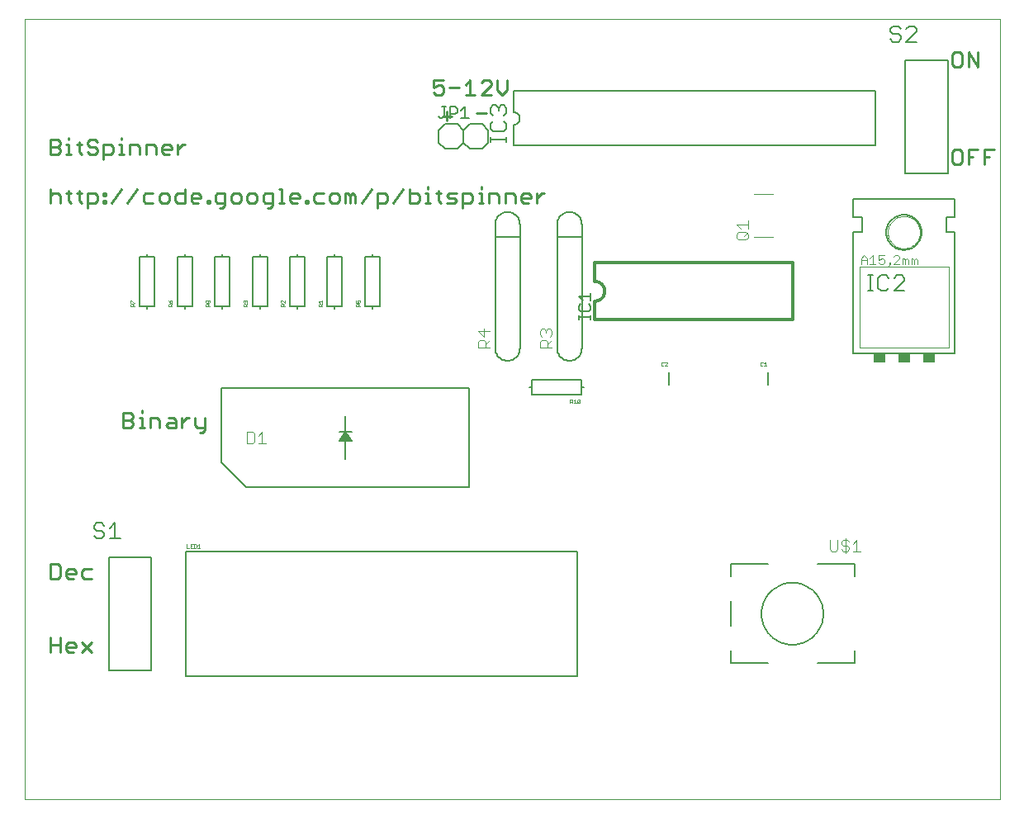
<source format=gto>
G75*
G70*
%OFA0B0*%
%FSLAX24Y24*%
%IPPOS*%
%LPD*%
%AMOC8*
5,1,8,0,0,1.08239X$1,22.5*
%
%ADD10C,0.0000*%
%ADD11C,0.0110*%
%ADD12C,0.0080*%
%ADD13C,0.0040*%
%ADD14C,0.0050*%
%ADD15C,0.0010*%
%ADD16C,0.0060*%
%ADD17C,0.0020*%
%ADD18C,0.0070*%
%ADD19R,0.0500X0.0350*%
%ADD20C,0.0120*%
D10*
X000100Y000100D02*
X000100Y031596D01*
X039470Y031596D01*
X039470Y000100D01*
X000100Y000100D01*
X034950Y023000D02*
X034952Y023050D01*
X034958Y023100D01*
X034968Y023150D01*
X034981Y023198D01*
X034998Y023246D01*
X035019Y023292D01*
X035043Y023336D01*
X035071Y023378D01*
X035102Y023418D01*
X035136Y023455D01*
X035173Y023490D01*
X035212Y023521D01*
X035253Y023550D01*
X035297Y023575D01*
X035343Y023597D01*
X035390Y023615D01*
X035438Y023629D01*
X035487Y023640D01*
X035537Y023647D01*
X035587Y023650D01*
X035638Y023649D01*
X035688Y023644D01*
X035738Y023635D01*
X035786Y023623D01*
X035834Y023606D01*
X035880Y023586D01*
X035925Y023563D01*
X035968Y023536D01*
X036008Y023506D01*
X036046Y023473D01*
X036081Y023437D01*
X036114Y023398D01*
X036143Y023357D01*
X036169Y023314D01*
X036192Y023269D01*
X036211Y023222D01*
X036226Y023174D01*
X036238Y023125D01*
X036246Y023075D01*
X036250Y023025D01*
X036250Y022975D01*
X036246Y022925D01*
X036238Y022875D01*
X036226Y022826D01*
X036211Y022778D01*
X036192Y022731D01*
X036169Y022686D01*
X036143Y022643D01*
X036114Y022602D01*
X036081Y022563D01*
X036046Y022527D01*
X036008Y022494D01*
X035968Y022464D01*
X035925Y022437D01*
X035880Y022414D01*
X035834Y022394D01*
X035786Y022377D01*
X035738Y022365D01*
X035688Y022356D01*
X035638Y022351D01*
X035587Y022350D01*
X035537Y022353D01*
X035487Y022360D01*
X035438Y022371D01*
X035390Y022385D01*
X035343Y022403D01*
X035297Y022425D01*
X035253Y022450D01*
X035212Y022479D01*
X035173Y022510D01*
X035136Y022545D01*
X035102Y022582D01*
X035071Y022622D01*
X035043Y022664D01*
X035019Y022708D01*
X034998Y022754D01*
X034981Y022802D01*
X034968Y022850D01*
X034958Y022900D01*
X034952Y022950D01*
X034950Y023000D01*
D11*
X037655Y025746D02*
X037852Y025746D01*
X037950Y025844D01*
X037950Y026238D01*
X037852Y026336D01*
X037655Y026336D01*
X037557Y026238D01*
X037557Y025844D01*
X037655Y025746D01*
X038201Y025746D02*
X038201Y026336D01*
X038595Y026336D01*
X038846Y026336D02*
X039239Y026336D01*
X039043Y026041D02*
X038846Y026041D01*
X038846Y025746D02*
X038846Y026336D01*
X038398Y026041D02*
X038201Y026041D01*
X038201Y029683D02*
X038201Y030273D01*
X038595Y029683D01*
X038595Y030273D01*
X037950Y030175D02*
X037852Y030273D01*
X037655Y030273D01*
X037557Y030175D01*
X037557Y029781D01*
X037655Y029683D01*
X037852Y029683D01*
X037950Y029781D01*
X037950Y030175D01*
X021093Y024564D02*
X020995Y024564D01*
X020798Y024368D01*
X020798Y024564D02*
X020798Y024171D01*
X020547Y024368D02*
X020547Y024466D01*
X020449Y024564D01*
X020252Y024564D01*
X020153Y024466D01*
X020153Y024269D01*
X020252Y024171D01*
X020449Y024171D01*
X020547Y024368D02*
X020153Y024368D01*
X019903Y024466D02*
X019903Y024171D01*
X019903Y024466D02*
X019804Y024564D01*
X019509Y024564D01*
X019509Y024171D01*
X019258Y024171D02*
X019258Y024466D01*
X019160Y024564D01*
X018864Y024564D01*
X018864Y024171D01*
X018632Y024171D02*
X018435Y024171D01*
X018533Y024171D02*
X018533Y024564D01*
X018435Y024564D01*
X018533Y024761D02*
X018533Y024860D01*
X018184Y024466D02*
X018184Y024269D01*
X018085Y024171D01*
X017790Y024171D01*
X017790Y023974D02*
X017790Y024564D01*
X018085Y024564D01*
X018184Y024466D01*
X017539Y024564D02*
X017244Y024564D01*
X017146Y024466D01*
X017244Y024368D01*
X017441Y024368D01*
X017539Y024269D01*
X017441Y024171D01*
X017146Y024171D01*
X016913Y024171D02*
X016814Y024269D01*
X016814Y024663D01*
X016716Y024564D02*
X016913Y024564D01*
X016385Y024564D02*
X016385Y024171D01*
X016483Y024171D02*
X016286Y024171D01*
X016035Y024269D02*
X016035Y024466D01*
X015937Y024564D01*
X015642Y024564D01*
X015642Y024761D02*
X015642Y024171D01*
X015937Y024171D01*
X016035Y024269D01*
X016286Y024564D02*
X016385Y024564D01*
X016385Y024761D02*
X016385Y024860D01*
X015391Y024761D02*
X014997Y024171D01*
X014746Y024269D02*
X014648Y024171D01*
X014353Y024171D01*
X014353Y023974D02*
X014353Y024564D01*
X014648Y024564D01*
X014746Y024466D01*
X014746Y024269D01*
X014102Y024761D02*
X013708Y024171D01*
X013457Y024171D02*
X013457Y024466D01*
X013359Y024564D01*
X013260Y024466D01*
X013260Y024171D01*
X013063Y024171D02*
X013063Y024564D01*
X013162Y024564D01*
X013260Y024466D01*
X012813Y024466D02*
X012813Y024269D01*
X012714Y024171D01*
X012517Y024171D01*
X012419Y024269D01*
X012419Y024466D01*
X012517Y024564D01*
X012714Y024564D01*
X012813Y024466D01*
X012168Y024564D02*
X011873Y024564D01*
X011774Y024466D01*
X011774Y024269D01*
X011873Y024171D01*
X012168Y024171D01*
X011550Y024171D02*
X011452Y024171D01*
X011452Y024269D01*
X011550Y024269D01*
X011550Y024171D01*
X011201Y024368D02*
X011201Y024466D01*
X011103Y024564D01*
X010906Y024564D01*
X010807Y024466D01*
X010807Y024269D01*
X010906Y024171D01*
X011103Y024171D01*
X011201Y024368D02*
X010807Y024368D01*
X010575Y024171D02*
X010378Y024171D01*
X010476Y024171D02*
X010476Y024761D01*
X010378Y024761D01*
X010127Y024564D02*
X009832Y024564D01*
X009733Y024466D01*
X009733Y024269D01*
X009832Y024171D01*
X010127Y024171D01*
X010127Y024072D02*
X010127Y024564D01*
X009482Y024466D02*
X009482Y024269D01*
X009384Y024171D01*
X009187Y024171D01*
X009089Y024269D01*
X009089Y024466D01*
X009187Y024564D01*
X009384Y024564D01*
X009482Y024466D01*
X008838Y024466D02*
X008838Y024269D01*
X008739Y024171D01*
X008543Y024171D01*
X008444Y024269D01*
X008444Y024466D01*
X008543Y024564D01*
X008739Y024564D01*
X008838Y024466D01*
X008193Y024564D02*
X007898Y024564D01*
X007800Y024466D01*
X007800Y024269D01*
X007898Y024171D01*
X008193Y024171D01*
X008193Y024072D02*
X008095Y023974D01*
X007996Y023974D01*
X008193Y024072D02*
X008193Y024564D01*
X007576Y024269D02*
X007576Y024171D01*
X007477Y024171D01*
X007477Y024269D01*
X007576Y024269D01*
X007226Y024368D02*
X007226Y024466D01*
X007128Y024564D01*
X006931Y024564D01*
X006833Y024466D01*
X006833Y024269D01*
X006931Y024171D01*
X007128Y024171D01*
X007226Y024368D02*
X006833Y024368D01*
X006582Y024564D02*
X006287Y024564D01*
X006188Y024466D01*
X006188Y024269D01*
X006287Y024171D01*
X006582Y024171D01*
X006582Y024761D01*
X005937Y024466D02*
X005937Y024269D01*
X005839Y024171D01*
X005642Y024171D01*
X005544Y024269D01*
X005544Y024466D01*
X005642Y024564D01*
X005839Y024564D01*
X005937Y024466D01*
X005293Y024564D02*
X004998Y024564D01*
X004899Y024466D01*
X004899Y024269D01*
X004998Y024171D01*
X005293Y024171D01*
X004648Y024761D02*
X004255Y024171D01*
X004004Y024761D02*
X003610Y024171D01*
X003386Y024171D02*
X003288Y024171D01*
X003288Y024269D01*
X003386Y024269D01*
X003386Y024171D01*
X003386Y024466D02*
X003288Y024466D01*
X003288Y024564D01*
X003386Y024564D01*
X003386Y024466D01*
X003037Y024466D02*
X003037Y024269D01*
X002938Y024171D01*
X002643Y024171D01*
X002643Y023974D02*
X002643Y024564D01*
X002938Y024564D01*
X003037Y024466D01*
X002410Y024564D02*
X002214Y024564D01*
X002312Y024663D02*
X002312Y024269D01*
X002410Y024171D01*
X001981Y024171D02*
X001882Y024269D01*
X001882Y024663D01*
X001784Y024564D02*
X001981Y024564D01*
X001533Y024466D02*
X001533Y024171D01*
X001533Y024466D02*
X001435Y024564D01*
X001238Y024564D01*
X001139Y024466D01*
X001139Y024761D02*
X001139Y024171D01*
X001139Y026139D02*
X001435Y026139D01*
X001533Y026238D01*
X001533Y026336D01*
X001435Y026435D01*
X001139Y026435D01*
X001139Y026730D02*
X001139Y026139D01*
X001435Y026435D02*
X001533Y026533D01*
X001533Y026631D01*
X001435Y026730D01*
X001139Y026730D01*
X001784Y026533D02*
X001882Y026533D01*
X001882Y026139D01*
X001784Y026139D02*
X001981Y026139D01*
X002312Y026238D02*
X002410Y026139D01*
X002312Y026238D02*
X002312Y026631D01*
X002214Y026533D02*
X002410Y026533D01*
X002643Y026533D02*
X002643Y026631D01*
X002742Y026730D01*
X002938Y026730D01*
X003037Y026631D01*
X002938Y026435D02*
X002742Y026435D01*
X002643Y026533D01*
X002643Y026238D02*
X002742Y026139D01*
X002938Y026139D01*
X003037Y026238D01*
X003037Y026336D01*
X002938Y026435D01*
X003288Y026533D02*
X003583Y026533D01*
X003681Y026435D01*
X003681Y026238D01*
X003583Y026139D01*
X003288Y026139D01*
X003288Y025942D02*
X003288Y026533D01*
X003932Y026533D02*
X004031Y026533D01*
X004031Y026139D01*
X004129Y026139D02*
X003932Y026139D01*
X004362Y026139D02*
X004362Y026533D01*
X004657Y026533D01*
X004756Y026435D01*
X004756Y026139D01*
X005007Y026139D02*
X005007Y026533D01*
X005302Y026533D01*
X005400Y026435D01*
X005400Y026139D01*
X005651Y026238D02*
X005651Y026435D01*
X005750Y026533D01*
X005946Y026533D01*
X006045Y026435D01*
X006045Y026336D01*
X005651Y026336D01*
X005651Y026238D02*
X005750Y026139D01*
X005946Y026139D01*
X006296Y026139D02*
X006296Y026533D01*
X006492Y026533D02*
X006591Y026533D01*
X006492Y026533D02*
X006296Y026336D01*
X004031Y026730D02*
X004031Y026828D01*
X001882Y026828D02*
X001882Y026730D01*
X009930Y023974D02*
X010029Y023974D01*
X010127Y024072D01*
X016612Y028639D02*
X016710Y028541D01*
X016907Y028541D01*
X017005Y028639D01*
X017005Y028836D01*
X016907Y028934D01*
X016809Y028934D01*
X016612Y028836D01*
X016612Y029131D01*
X017005Y029131D01*
X017256Y028836D02*
X017650Y028836D01*
X017901Y028934D02*
X018098Y029131D01*
X018098Y028541D01*
X018294Y028541D02*
X017901Y028541D01*
X018545Y028541D02*
X018939Y028934D01*
X018939Y029033D01*
X018841Y029131D01*
X018644Y029131D01*
X018545Y029033D01*
X018545Y028541D02*
X018939Y028541D01*
X019190Y028738D02*
X019190Y029131D01*
X019190Y028738D02*
X019387Y028541D01*
X019584Y028738D01*
X019584Y029131D01*
X018738Y027812D02*
X018344Y027812D01*
X017360Y027694D02*
X016966Y027694D01*
X017163Y027498D02*
X017163Y027891D01*
X004835Y015805D02*
X004835Y015706D01*
X004835Y015509D02*
X004835Y015116D01*
X004737Y015116D02*
X004933Y015116D01*
X005166Y015116D02*
X005166Y015509D01*
X005462Y015509D01*
X005560Y015411D01*
X005560Y015116D01*
X005811Y015214D02*
X005909Y015312D01*
X006204Y015312D01*
X006204Y015411D02*
X006204Y015116D01*
X005909Y015116D01*
X005811Y015214D01*
X005909Y015509D02*
X006106Y015509D01*
X006204Y015411D01*
X006455Y015509D02*
X006455Y015116D01*
X006455Y015312D02*
X006652Y015509D01*
X006751Y015509D01*
X006992Y015509D02*
X006992Y015214D01*
X007091Y015116D01*
X007386Y015116D01*
X007386Y015017D02*
X007288Y014919D01*
X007189Y014919D01*
X007386Y015017D02*
X007386Y015509D01*
X004835Y015509D02*
X004737Y015509D01*
X004486Y015509D02*
X004387Y015411D01*
X004092Y015411D01*
X004092Y015116D02*
X004092Y015706D01*
X004387Y015706D01*
X004486Y015608D01*
X004486Y015509D01*
X004387Y015411D02*
X004486Y015312D01*
X004486Y015214D01*
X004387Y015116D01*
X004092Y015116D01*
X001435Y009604D02*
X001139Y009604D01*
X001139Y009013D01*
X001435Y009013D01*
X001533Y009112D01*
X001533Y009505D01*
X001435Y009604D01*
X001784Y009309D02*
X001882Y009407D01*
X002079Y009407D01*
X002177Y009309D01*
X002177Y009210D01*
X001784Y009210D01*
X001784Y009112D02*
X001784Y009309D01*
X001784Y009112D02*
X001882Y009013D01*
X002079Y009013D01*
X002428Y009112D02*
X002527Y009013D01*
X002822Y009013D01*
X002822Y009407D02*
X002527Y009407D01*
X002428Y009309D01*
X002428Y009112D01*
X001533Y006651D02*
X001533Y006061D01*
X001784Y006159D02*
X001784Y006356D01*
X001882Y006454D01*
X002079Y006454D01*
X002177Y006356D01*
X002177Y006257D01*
X001784Y006257D01*
X001784Y006159D02*
X001882Y006061D01*
X002079Y006061D01*
X002428Y006061D02*
X002822Y006454D01*
X002822Y006061D02*
X002428Y006454D01*
X001533Y006356D02*
X001139Y006356D01*
X001139Y006061D02*
X001139Y006651D01*
D12*
X003511Y005311D02*
X005224Y005311D01*
X005224Y009889D01*
X003511Y009889D01*
X003511Y005311D01*
X009053Y012710D02*
X008053Y013710D01*
X008053Y016710D01*
X018053Y016710D01*
X018053Y012710D01*
X009053Y012710D01*
X012803Y014960D02*
X013303Y014960D01*
X013053Y015585D02*
X013053Y013835D01*
X019100Y018313D02*
X019100Y022813D01*
X020100Y022813D01*
X020100Y023313D01*
X020098Y023357D01*
X020092Y023400D01*
X020083Y023442D01*
X020070Y023484D01*
X020053Y023524D01*
X020033Y023563D01*
X020010Y023600D01*
X019983Y023634D01*
X019954Y023667D01*
X019921Y023696D01*
X019887Y023723D01*
X019850Y023746D01*
X019811Y023766D01*
X019771Y023783D01*
X019729Y023796D01*
X019687Y023805D01*
X019644Y023811D01*
X019600Y023813D01*
X019556Y023811D01*
X019513Y023805D01*
X019471Y023796D01*
X019429Y023783D01*
X019389Y023766D01*
X019350Y023746D01*
X019313Y023723D01*
X019279Y023696D01*
X019246Y023667D01*
X019217Y023634D01*
X019190Y023600D01*
X019167Y023563D01*
X019147Y023524D01*
X019130Y023484D01*
X019117Y023442D01*
X019108Y023400D01*
X019102Y023357D01*
X019100Y023313D01*
X019100Y022813D01*
X020100Y022813D02*
X020100Y018313D01*
X020098Y018269D01*
X020092Y018226D01*
X020083Y018184D01*
X020070Y018142D01*
X020053Y018102D01*
X020033Y018063D01*
X020010Y018026D01*
X019983Y017992D01*
X019954Y017959D01*
X019921Y017930D01*
X019887Y017903D01*
X019850Y017880D01*
X019811Y017860D01*
X019771Y017843D01*
X019729Y017830D01*
X019687Y017821D01*
X019644Y017815D01*
X019600Y017813D01*
X019556Y017815D01*
X019513Y017821D01*
X019471Y017830D01*
X019429Y017843D01*
X019389Y017860D01*
X019350Y017880D01*
X019313Y017903D01*
X019279Y017930D01*
X019246Y017959D01*
X019217Y017992D01*
X019190Y018026D01*
X019167Y018063D01*
X019147Y018102D01*
X019130Y018142D01*
X019117Y018184D01*
X019108Y018226D01*
X019102Y018269D01*
X019100Y018313D01*
X020569Y017057D02*
X022569Y017057D01*
X022569Y016757D01*
X022669Y016757D01*
X022569Y016757D02*
X022569Y016457D01*
X020569Y016457D01*
X020569Y016757D01*
X020469Y016757D01*
X020569Y016757D02*
X020569Y017057D01*
X021600Y018313D02*
X021600Y022813D01*
X022600Y022813D01*
X022600Y023313D01*
X022598Y023357D01*
X022592Y023400D01*
X022583Y023442D01*
X022570Y023484D01*
X022553Y023524D01*
X022533Y023563D01*
X022510Y023600D01*
X022483Y023634D01*
X022454Y023667D01*
X022421Y023696D01*
X022387Y023723D01*
X022350Y023746D01*
X022311Y023766D01*
X022271Y023783D01*
X022229Y023796D01*
X022187Y023805D01*
X022144Y023811D01*
X022100Y023813D01*
X022056Y023811D01*
X022013Y023805D01*
X021971Y023796D01*
X021929Y023783D01*
X021889Y023766D01*
X021850Y023746D01*
X021813Y023723D01*
X021779Y023696D01*
X021746Y023667D01*
X021717Y023634D01*
X021690Y023600D01*
X021667Y023563D01*
X021647Y023524D01*
X021630Y023484D01*
X021617Y023442D01*
X021608Y023400D01*
X021602Y023357D01*
X021600Y023313D01*
X021600Y022813D01*
X022600Y022813D02*
X022600Y018313D01*
X022598Y018269D01*
X022592Y018226D01*
X022583Y018184D01*
X022570Y018142D01*
X022553Y018102D01*
X022533Y018063D01*
X022510Y018026D01*
X022483Y017992D01*
X022454Y017959D01*
X022421Y017930D01*
X022387Y017903D01*
X022350Y017880D01*
X022311Y017860D01*
X022271Y017843D01*
X022229Y017830D01*
X022187Y017821D01*
X022144Y017815D01*
X022100Y017813D01*
X022056Y017815D01*
X022013Y017821D01*
X021971Y017830D01*
X021929Y017843D01*
X021889Y017860D01*
X021850Y017880D01*
X021813Y017903D01*
X021779Y017930D01*
X021746Y017959D01*
X021717Y017992D01*
X021690Y018026D01*
X021667Y018063D01*
X021647Y018102D01*
X021630Y018142D01*
X021617Y018184D01*
X021608Y018226D01*
X021602Y018269D01*
X021600Y018313D01*
X026100Y017350D02*
X026100Y016850D01*
X030100Y016850D02*
X030100Y017350D01*
X035661Y025370D02*
X037374Y025370D01*
X037374Y029948D01*
X035661Y029948D01*
X035661Y025370D01*
X014447Y022006D02*
X014447Y020006D01*
X014147Y020006D01*
X014147Y019906D01*
X014147Y020006D02*
X013847Y020006D01*
X013847Y022006D01*
X014147Y022006D01*
X014147Y022106D01*
X014147Y022006D02*
X014447Y022006D01*
X012931Y022006D02*
X012931Y020006D01*
X012631Y020006D01*
X012631Y019906D01*
X012631Y020006D02*
X012331Y020006D01*
X012331Y022006D01*
X012631Y022006D01*
X012631Y022106D01*
X012631Y022006D02*
X012931Y022006D01*
X011416Y022006D02*
X011416Y020006D01*
X011116Y020006D01*
X011116Y019906D01*
X011116Y020006D02*
X010816Y020006D01*
X010816Y022006D01*
X011116Y022006D01*
X011116Y022106D01*
X011116Y022006D02*
X011416Y022006D01*
X009900Y022006D02*
X009900Y020006D01*
X009600Y020006D01*
X009600Y019906D01*
X009600Y020006D02*
X009300Y020006D01*
X009300Y022006D01*
X009600Y022006D01*
X009600Y022106D01*
X009600Y022006D02*
X009900Y022006D01*
X008384Y022006D02*
X008384Y020006D01*
X008084Y020006D01*
X008084Y019906D01*
X008084Y020006D02*
X007784Y020006D01*
X007784Y022006D01*
X008084Y022006D01*
X008084Y022106D01*
X008084Y022006D02*
X008384Y022006D01*
X006869Y022006D02*
X006869Y020006D01*
X006569Y020006D01*
X006569Y019906D01*
X006569Y020006D02*
X006269Y020006D01*
X006269Y022006D01*
X006569Y022006D01*
X006569Y022106D01*
X006569Y022006D02*
X006869Y022006D01*
X005353Y022006D02*
X005353Y020006D01*
X005053Y020006D01*
X005053Y019906D01*
X005053Y020006D02*
X004753Y020006D01*
X004753Y022006D01*
X005053Y022006D01*
X005053Y022106D01*
X005053Y022006D02*
X005353Y022006D01*
D13*
X009073Y014941D02*
X009303Y014941D01*
X009380Y014864D01*
X009380Y014557D01*
X009303Y014480D01*
X009073Y014480D01*
X009073Y014941D01*
X009533Y014787D02*
X009687Y014941D01*
X009687Y014480D01*
X009840Y014480D02*
X009533Y014480D01*
X018420Y018333D02*
X018420Y018563D01*
X018496Y018640D01*
X018650Y018640D01*
X018727Y018563D01*
X018727Y018333D01*
X018880Y018333D02*
X018420Y018333D01*
X018727Y018486D02*
X018880Y018640D01*
X018650Y018793D02*
X018650Y019100D01*
X018880Y019023D02*
X018420Y019023D01*
X018650Y018793D01*
X020920Y018870D02*
X020920Y019023D01*
X020996Y019100D01*
X021073Y019100D01*
X021150Y019023D01*
X021227Y019100D01*
X021303Y019100D01*
X021380Y019023D01*
X021380Y018870D01*
X021303Y018793D01*
X021380Y018640D02*
X021227Y018486D01*
X021227Y018563D02*
X021227Y018333D01*
X021380Y018333D02*
X020920Y018333D01*
X020920Y018563D01*
X020996Y018640D01*
X021150Y018640D01*
X021227Y018563D01*
X020996Y018793D02*
X020920Y018870D01*
X021150Y018946D02*
X021150Y019023D01*
X028846Y022775D02*
X028846Y022929D01*
X028923Y023006D01*
X029230Y023006D01*
X029307Y022929D01*
X029307Y022775D01*
X029230Y022699D01*
X028923Y022699D01*
X028846Y022775D01*
X029153Y022852D02*
X029307Y023006D01*
X029307Y023159D02*
X029307Y023466D01*
X029307Y023313D02*
X028846Y023313D01*
X029000Y023159D01*
X029553Y022813D02*
X030301Y022813D01*
X030301Y024545D02*
X029553Y024545D01*
X033870Y021954D02*
X033870Y021720D01*
X033870Y021895D02*
X034104Y021895D01*
X034104Y021954D02*
X034104Y021720D01*
X034229Y021720D02*
X034463Y021720D01*
X034346Y021720D02*
X034346Y022070D01*
X034229Y021954D01*
X034104Y021954D02*
X033987Y022070D01*
X033870Y021954D01*
X034588Y021895D02*
X034705Y021954D01*
X034763Y021954D01*
X034822Y021895D01*
X034822Y021778D01*
X034763Y021720D01*
X034647Y021720D01*
X034588Y021778D01*
X034588Y021895D02*
X034588Y022070D01*
X034822Y022070D01*
X035006Y021778D02*
X035006Y021720D01*
X035064Y021720D01*
X035064Y021778D01*
X035006Y021778D01*
X035064Y021720D02*
X034947Y021603D01*
X035187Y021720D02*
X035420Y021954D01*
X035420Y022012D01*
X035362Y022070D01*
X035245Y022070D01*
X035187Y022012D01*
X035187Y021720D02*
X035420Y021720D01*
X035546Y021720D02*
X035546Y021954D01*
X035604Y021954D01*
X035663Y021895D01*
X035721Y021954D01*
X035779Y021895D01*
X035779Y021720D01*
X035663Y021720D02*
X035663Y021895D01*
X035905Y021954D02*
X035905Y021720D01*
X036022Y021720D02*
X036022Y021895D01*
X036080Y021954D01*
X036138Y021895D01*
X036138Y021720D01*
X036022Y021895D02*
X035963Y021954D01*
X035905Y021954D01*
X033694Y010580D02*
X033694Y010120D01*
X033541Y010120D02*
X033848Y010120D01*
X033541Y010427D02*
X033694Y010580D01*
X033387Y010504D02*
X033311Y010580D01*
X033157Y010580D01*
X033080Y010504D01*
X033080Y010427D01*
X033157Y010350D01*
X033311Y010350D01*
X033387Y010273D01*
X033387Y010197D01*
X033311Y010120D01*
X033157Y010120D01*
X033080Y010197D01*
X032927Y010197D02*
X032850Y010120D01*
X032697Y010120D01*
X032620Y010197D01*
X032620Y010580D01*
X032927Y010580D02*
X032927Y010197D01*
X033234Y010043D02*
X033234Y010657D01*
D14*
X033600Y009600D02*
X032100Y009600D01*
X033600Y009600D02*
X033600Y009100D01*
X029850Y007600D02*
X029852Y007670D01*
X029858Y007740D01*
X029868Y007809D01*
X029881Y007878D01*
X029899Y007946D01*
X029920Y008013D01*
X029945Y008078D01*
X029974Y008142D01*
X030006Y008205D01*
X030042Y008265D01*
X030081Y008323D01*
X030123Y008379D01*
X030168Y008433D01*
X030216Y008484D01*
X030267Y008532D01*
X030321Y008577D01*
X030377Y008619D01*
X030435Y008658D01*
X030495Y008694D01*
X030558Y008726D01*
X030622Y008755D01*
X030687Y008780D01*
X030754Y008801D01*
X030822Y008819D01*
X030891Y008832D01*
X030960Y008842D01*
X031030Y008848D01*
X031100Y008850D01*
X031170Y008848D01*
X031240Y008842D01*
X031309Y008832D01*
X031378Y008819D01*
X031446Y008801D01*
X031513Y008780D01*
X031578Y008755D01*
X031642Y008726D01*
X031705Y008694D01*
X031765Y008658D01*
X031823Y008619D01*
X031879Y008577D01*
X031933Y008532D01*
X031984Y008484D01*
X032032Y008433D01*
X032077Y008379D01*
X032119Y008323D01*
X032158Y008265D01*
X032194Y008205D01*
X032226Y008142D01*
X032255Y008078D01*
X032280Y008013D01*
X032301Y007946D01*
X032319Y007878D01*
X032332Y007809D01*
X032342Y007740D01*
X032348Y007670D01*
X032350Y007600D01*
X032348Y007530D01*
X032342Y007460D01*
X032332Y007391D01*
X032319Y007322D01*
X032301Y007254D01*
X032280Y007187D01*
X032255Y007122D01*
X032226Y007058D01*
X032194Y006995D01*
X032158Y006935D01*
X032119Y006877D01*
X032077Y006821D01*
X032032Y006767D01*
X031984Y006716D01*
X031933Y006668D01*
X031879Y006623D01*
X031823Y006581D01*
X031765Y006542D01*
X031705Y006506D01*
X031642Y006474D01*
X031578Y006445D01*
X031513Y006420D01*
X031446Y006399D01*
X031378Y006381D01*
X031309Y006368D01*
X031240Y006358D01*
X031170Y006352D01*
X031100Y006350D01*
X031030Y006352D01*
X030960Y006358D01*
X030891Y006368D01*
X030822Y006381D01*
X030754Y006399D01*
X030687Y006420D01*
X030622Y006445D01*
X030558Y006474D01*
X030495Y006506D01*
X030435Y006542D01*
X030377Y006581D01*
X030321Y006623D01*
X030267Y006668D01*
X030216Y006716D01*
X030168Y006767D01*
X030123Y006821D01*
X030081Y006877D01*
X030042Y006935D01*
X030006Y006995D01*
X029974Y007058D01*
X029945Y007122D01*
X029920Y007187D01*
X029899Y007254D01*
X029881Y007322D01*
X029868Y007391D01*
X029858Y007460D01*
X029852Y007530D01*
X029850Y007600D01*
X028600Y008100D02*
X028600Y007100D01*
X028600Y006100D02*
X028600Y005600D01*
X030100Y005600D01*
X032100Y005600D02*
X033600Y005600D01*
X033600Y006100D01*
X030100Y009600D02*
X028600Y009600D01*
X028600Y009100D01*
X022431Y010120D02*
X022431Y005080D01*
X006612Y005080D01*
X006612Y010120D01*
X022431Y010120D01*
X013303Y014585D02*
X013053Y014960D01*
X012803Y014585D01*
X013303Y014585D01*
X013292Y014602D02*
X012814Y014602D01*
X012846Y014650D02*
X013260Y014650D01*
X013227Y014699D02*
X012878Y014699D01*
X012911Y014747D02*
X013195Y014747D01*
X013163Y014796D02*
X012943Y014796D01*
X012975Y014844D02*
X013130Y014844D01*
X013098Y014893D02*
X013008Y014893D01*
X013040Y014941D02*
X013066Y014941D01*
X022490Y019491D02*
X022490Y019641D01*
X022490Y019566D02*
X022941Y019566D01*
X022941Y019491D02*
X022941Y019641D01*
X022866Y019798D02*
X022565Y019798D01*
X022490Y019873D01*
X022490Y020023D01*
X022565Y020098D01*
X022640Y020258D02*
X022490Y020408D01*
X022941Y020408D01*
X022941Y020258D02*
X022941Y020558D01*
X022866Y020098D02*
X022941Y020023D01*
X022941Y019873D01*
X022866Y019798D01*
X018033Y027617D02*
X017732Y027617D01*
X017882Y027617D02*
X017882Y028067D01*
X017732Y027917D01*
X017572Y027992D02*
X017572Y027842D01*
X017497Y027767D01*
X017272Y027767D01*
X017272Y027617D02*
X017272Y028067D01*
X017497Y028067D01*
X017572Y027992D01*
X017112Y028067D02*
X016962Y028067D01*
X017037Y028067D02*
X017037Y027692D01*
X016962Y027617D01*
X016887Y027617D01*
X016812Y027692D01*
D15*
X013617Y020258D02*
X013642Y020233D01*
X013642Y020183D01*
X013617Y020158D01*
X013567Y020158D02*
X013542Y020208D01*
X013542Y020233D01*
X013567Y020258D01*
X013617Y020258D01*
X013567Y020158D02*
X013492Y020158D01*
X013492Y020258D01*
X013517Y020111D02*
X013567Y020111D01*
X013592Y020086D01*
X013592Y020011D01*
X013592Y020061D02*
X013642Y020111D01*
X013642Y020011D02*
X013492Y020011D01*
X013492Y020086D01*
X013517Y020111D01*
X012126Y020111D02*
X012076Y020061D01*
X012076Y020086D02*
X012076Y020011D01*
X012126Y020011D02*
X011976Y020011D01*
X011976Y020086D01*
X012001Y020111D01*
X012051Y020111D01*
X012076Y020086D01*
X012026Y020158D02*
X011976Y020208D01*
X012126Y020208D01*
X012126Y020158D02*
X012126Y020258D01*
X010611Y020258D02*
X010611Y020158D01*
X010511Y020258D01*
X010486Y020258D01*
X010461Y020233D01*
X010461Y020183D01*
X010486Y020158D01*
X010486Y020111D02*
X010536Y020111D01*
X010561Y020086D01*
X010561Y020011D01*
X010561Y020061D02*
X010611Y020111D01*
X010611Y020011D02*
X010461Y020011D01*
X010461Y020086D01*
X010486Y020111D01*
X009095Y020111D02*
X009045Y020061D01*
X009045Y020086D02*
X009045Y020011D01*
X009095Y020011D02*
X008945Y020011D01*
X008945Y020086D01*
X008970Y020111D01*
X009020Y020111D01*
X009045Y020086D01*
X009070Y020158D02*
X009095Y020183D01*
X009095Y020233D01*
X009070Y020258D01*
X008970Y020258D01*
X008945Y020233D01*
X008945Y020183D01*
X008970Y020158D01*
X008995Y020158D01*
X009020Y020183D01*
X009020Y020258D01*
X007579Y020233D02*
X007579Y020183D01*
X007554Y020158D01*
X007529Y020158D01*
X007504Y020183D01*
X007504Y020233D01*
X007529Y020258D01*
X007554Y020258D01*
X007579Y020233D01*
X007504Y020233D02*
X007479Y020258D01*
X007454Y020258D01*
X007429Y020233D01*
X007429Y020183D01*
X007454Y020158D01*
X007479Y020158D01*
X007504Y020183D01*
X007504Y020111D02*
X007529Y020086D01*
X007529Y020011D01*
X007529Y020061D02*
X007579Y020111D01*
X007504Y020111D02*
X007454Y020111D01*
X007429Y020086D01*
X007429Y020011D01*
X007579Y020011D01*
X006064Y020011D02*
X005913Y020011D01*
X005913Y020086D01*
X005938Y020111D01*
X005988Y020111D01*
X006013Y020086D01*
X006013Y020011D01*
X006013Y020061D02*
X006064Y020111D01*
X006038Y020158D02*
X006064Y020183D01*
X006064Y020233D01*
X006038Y020258D01*
X006013Y020258D01*
X005988Y020233D01*
X005988Y020158D01*
X006038Y020158D01*
X005988Y020158D02*
X005938Y020208D01*
X005913Y020258D01*
X004548Y020158D02*
X004523Y020158D01*
X004423Y020258D01*
X004398Y020258D01*
X004398Y020158D01*
X004423Y020111D02*
X004473Y020111D01*
X004498Y020086D01*
X004498Y020011D01*
X004498Y020061D02*
X004548Y020111D01*
X004548Y020011D02*
X004398Y020011D01*
X004398Y020086D01*
X004423Y020111D01*
X006652Y010411D02*
X006652Y010261D01*
X006752Y010261D01*
X006800Y010261D02*
X006900Y010261D01*
X006947Y010261D02*
X007022Y010261D01*
X007047Y010286D01*
X007047Y010386D01*
X007022Y010411D01*
X006947Y010411D01*
X006947Y010261D01*
X006850Y010336D02*
X006800Y010336D01*
X006800Y010411D02*
X006800Y010261D01*
X006800Y010411D02*
X006900Y010411D01*
X007094Y010361D02*
X007144Y010411D01*
X007144Y010261D01*
X007094Y010261D02*
X007194Y010261D01*
X022132Y016102D02*
X022132Y016253D01*
X022207Y016253D01*
X022232Y016228D01*
X022232Y016178D01*
X022207Y016153D01*
X022132Y016153D01*
X022182Y016153D02*
X022232Y016102D01*
X022279Y016102D02*
X022379Y016102D01*
X022329Y016102D02*
X022329Y016253D01*
X022279Y016203D01*
X022426Y016228D02*
X022426Y016128D01*
X022526Y016228D01*
X022526Y016128D01*
X022501Y016102D01*
X022451Y016102D01*
X022426Y016128D01*
X022426Y016228D02*
X022451Y016253D01*
X022501Y016253D01*
X022526Y016228D01*
X025805Y017630D02*
X025830Y017605D01*
X025880Y017605D01*
X025905Y017630D01*
X025952Y017605D02*
X026052Y017705D01*
X026052Y017730D01*
X026027Y017755D01*
X025977Y017755D01*
X025952Y017730D01*
X025905Y017730D02*
X025880Y017755D01*
X025830Y017755D01*
X025805Y017730D01*
X025805Y017630D01*
X025952Y017605D02*
X026052Y017605D01*
X029805Y017630D02*
X029830Y017605D01*
X029880Y017605D01*
X029905Y017630D01*
X029952Y017605D02*
X030052Y017605D01*
X030002Y017605D02*
X030002Y017755D01*
X029952Y017705D01*
X029905Y017730D02*
X029880Y017755D01*
X029830Y017755D01*
X029805Y017730D01*
X029805Y017630D01*
D16*
X033550Y018100D02*
X033550Y023000D01*
X033900Y023000D01*
X033900Y023600D01*
X033550Y023600D01*
X033550Y024350D01*
X037650Y024350D01*
X037650Y023600D01*
X037300Y023600D01*
X037300Y023000D01*
X037650Y023000D01*
X037650Y018100D01*
X033550Y018100D01*
X034890Y023000D02*
X034892Y023053D01*
X034898Y023106D01*
X034908Y023158D01*
X034922Y023209D01*
X034939Y023259D01*
X034960Y023308D01*
X034985Y023355D01*
X035013Y023400D01*
X035045Y023443D01*
X035080Y023483D01*
X035117Y023520D01*
X035157Y023555D01*
X035200Y023587D01*
X035245Y023615D01*
X035292Y023640D01*
X035341Y023661D01*
X035391Y023678D01*
X035442Y023692D01*
X035494Y023702D01*
X035547Y023708D01*
X035600Y023710D01*
X035653Y023708D01*
X035706Y023702D01*
X035758Y023692D01*
X035809Y023678D01*
X035859Y023661D01*
X035908Y023640D01*
X035955Y023615D01*
X036000Y023587D01*
X036043Y023555D01*
X036083Y023520D01*
X036120Y023483D01*
X036155Y023443D01*
X036187Y023400D01*
X036215Y023355D01*
X036240Y023308D01*
X036261Y023259D01*
X036278Y023209D01*
X036292Y023158D01*
X036302Y023106D01*
X036308Y023053D01*
X036310Y023000D01*
X036308Y022947D01*
X036302Y022894D01*
X036292Y022842D01*
X036278Y022791D01*
X036261Y022741D01*
X036240Y022692D01*
X036215Y022645D01*
X036187Y022600D01*
X036155Y022557D01*
X036120Y022517D01*
X036083Y022480D01*
X036043Y022445D01*
X036000Y022413D01*
X035955Y022385D01*
X035908Y022360D01*
X035859Y022339D01*
X035809Y022322D01*
X035758Y022308D01*
X035706Y022298D01*
X035653Y022292D01*
X035600Y022290D01*
X035547Y022292D01*
X035494Y022298D01*
X035442Y022308D01*
X035391Y022322D01*
X035341Y022339D01*
X035292Y022360D01*
X035245Y022385D01*
X035200Y022413D01*
X035157Y022445D01*
X035117Y022480D01*
X035080Y022517D01*
X035045Y022557D01*
X035013Y022600D01*
X034985Y022645D01*
X034960Y022692D01*
X034939Y022741D01*
X034922Y022791D01*
X034908Y022842D01*
X034898Y022894D01*
X034892Y022947D01*
X034890Y023000D01*
X034447Y026500D02*
X034447Y028700D01*
X019847Y028700D01*
X019847Y027850D01*
X019877Y027848D01*
X019907Y027843D01*
X019936Y027834D01*
X019963Y027821D01*
X019989Y027806D01*
X020013Y027787D01*
X020034Y027766D01*
X020053Y027742D01*
X020068Y027716D01*
X020081Y027689D01*
X020090Y027660D01*
X020095Y027630D01*
X020097Y027600D01*
X020095Y027570D01*
X020090Y027540D01*
X020081Y027511D01*
X020068Y027484D01*
X020053Y027458D01*
X020034Y027434D01*
X020013Y027413D01*
X019989Y027394D01*
X019963Y027379D01*
X019936Y027366D01*
X019907Y027357D01*
X019877Y027352D01*
X019847Y027350D01*
X019847Y026500D01*
X034447Y026500D01*
X018817Y026622D02*
X018567Y026372D01*
X018067Y026372D01*
X017817Y026622D01*
X017567Y026372D01*
X017067Y026372D01*
X016817Y026622D01*
X016817Y027122D01*
X017067Y027372D01*
X017567Y027372D01*
X017817Y027122D01*
X018067Y027372D01*
X018567Y027372D01*
X018817Y027122D01*
X018817Y026622D01*
X017817Y026622D02*
X017817Y027122D01*
D17*
X033800Y021600D02*
X033800Y018350D01*
X037400Y018350D01*
X037400Y021600D01*
X033800Y021600D01*
D18*
X034135Y021266D02*
X034345Y021266D01*
X034240Y021266D02*
X034240Y020635D01*
X034135Y020635D02*
X034345Y020635D01*
X034565Y020740D02*
X034670Y020635D01*
X034880Y020635D01*
X034985Y020740D01*
X035209Y020635D02*
X035630Y021055D01*
X035630Y021160D01*
X035525Y021266D01*
X035314Y021266D01*
X035209Y021160D01*
X034985Y021160D02*
X034880Y021266D01*
X034670Y021266D01*
X034565Y021160D01*
X034565Y020740D01*
X035209Y020635D02*
X035630Y020635D01*
X035697Y030694D02*
X036117Y031114D01*
X036117Y031220D01*
X036012Y031325D01*
X035802Y031325D01*
X035697Y031220D01*
X035473Y031220D02*
X035368Y031325D01*
X035157Y031325D01*
X035052Y031220D01*
X035052Y031114D01*
X035157Y031009D01*
X035368Y031009D01*
X035473Y030904D01*
X035473Y030799D01*
X035368Y030694D01*
X035157Y030694D01*
X035052Y030799D01*
X035697Y030694D02*
X036117Y030694D01*
X019552Y028025D02*
X019552Y027814D01*
X019447Y027709D01*
X019447Y027485D02*
X019552Y027380D01*
X019552Y027170D01*
X019447Y027065D01*
X019027Y027065D01*
X018922Y027170D01*
X018922Y027380D01*
X019027Y027485D01*
X019027Y027709D02*
X018922Y027814D01*
X018922Y028025D01*
X019027Y028130D01*
X019132Y028130D01*
X019237Y028025D01*
X019342Y028130D01*
X019447Y028130D01*
X019552Y028025D01*
X019237Y028025D02*
X019237Y027919D01*
X019552Y026845D02*
X019552Y026635D01*
X019552Y026740D02*
X018922Y026740D01*
X018922Y026635D02*
X018922Y026845D01*
X003757Y011266D02*
X003757Y010635D01*
X003547Y010635D02*
X003968Y010635D01*
X003547Y011055D02*
X003757Y011266D01*
X003323Y011160D02*
X003218Y011266D01*
X003008Y011266D01*
X002903Y011160D01*
X002903Y011055D01*
X003008Y010950D01*
X003218Y010950D01*
X003323Y010845D01*
X003323Y010740D01*
X003218Y010635D01*
X003008Y010635D01*
X002903Y010740D01*
D19*
X034600Y017925D03*
X035600Y017925D03*
X036600Y017925D03*
D20*
X031116Y019466D02*
X031116Y021766D01*
X023116Y021766D01*
X023116Y021016D01*
X023155Y021014D01*
X023194Y021008D01*
X023232Y020999D01*
X023269Y020986D01*
X023305Y020969D01*
X023338Y020949D01*
X023370Y020925D01*
X023399Y020899D01*
X023425Y020870D01*
X023449Y020838D01*
X023469Y020805D01*
X023486Y020769D01*
X023499Y020732D01*
X023508Y020694D01*
X023514Y020655D01*
X023516Y020616D01*
X023514Y020577D01*
X023508Y020538D01*
X023499Y020500D01*
X023486Y020463D01*
X023469Y020427D01*
X023449Y020394D01*
X023425Y020362D01*
X023399Y020333D01*
X023370Y020307D01*
X023338Y020283D01*
X023305Y020263D01*
X023269Y020246D01*
X023232Y020233D01*
X023194Y020224D01*
X023155Y020218D01*
X023116Y020216D01*
X023116Y019466D01*
X031116Y019466D01*
M02*

</source>
